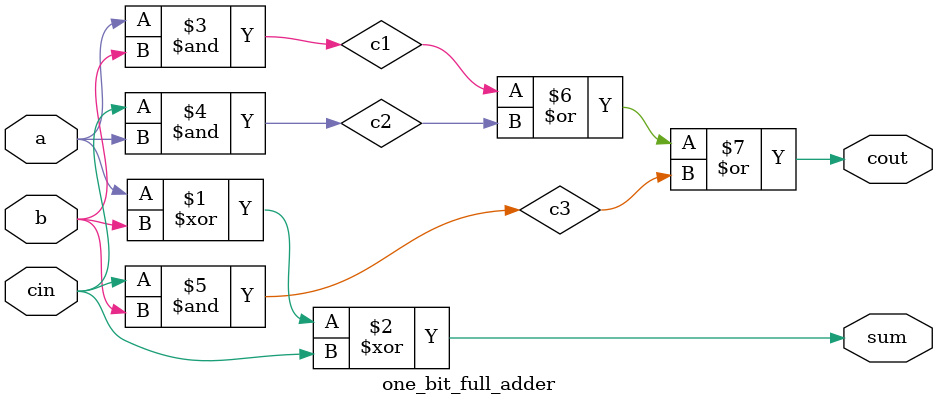
<source format=v>
/*
  Parameterized N-bit Full Adder
  ------------------------------

  Description:
    This module implements a parameterizable N-bit full adder using gate-level 
    design principles. It consists of a chain of 1-bit full adders (`adder_1bits`) 
    connected in ripple-carry fashion.

  Design Method:
    Gate-level design using generate-for loop to instantiate N stages of 1-bit adders.

  Parameters:
    - N : Width of the adder (default is 4)

  Ports:
    Inputs:
      - a   : [N-1:0] N-bit augend
      - b   : [N-1:0] N-bit addend
      - cin :         1-bit carry-in
    Outputs:
      - sum  : [N-1:0] N-bit sum output
      - cout :         1-bit carry-out from the most significant bit
*/


module N_bit_full_adder #(parameter N = 4) (input [N - 1:0] a, input [N - 1:0] b, input cin,  output [N - 1:0] sum, output cout);
   
    wire [N - 1:0] carry_chain;

    genvar i;
    generate
        for (i = 0; i < N; i = i + 1) begin : adder_chain
            if (i == 0) begin
                (* keep_hierarchy = "yes" *)one_bit_full_adder u_add1 (
                    .a(a[i]),
                    .b(b[i]),
                    .cin(cin),
                    .sum(sum[i]),
                    .cout(carry_chain[i])
                );
            end else begin
               (* keep_hierarchy = "yes" *)one_bit_full_adder u_add1 (
                    .a(a[i]),
                    .b(b[i]),
                    .cin(carry_chain[i-1]),
                    .sum(sum[i]),
                    .cout(carry_chain[i])
                );
            end
        end
    endgenerate

    assign cout = carry_chain[N - 1];
   
endmodule

module one_bit_full_adder (input a, input b, input cin, output sum, output cout);
    wire c1, c2, c3;

    // sum
    xor g1(sum, a, b, cin);
    
    // carry
    and g2(c1, a, b);
    and g3(c2, cin, a);
    and g4(c3, cin, b);
    or  g5(cout, c1, c2, c3);
endmodule

</source>
